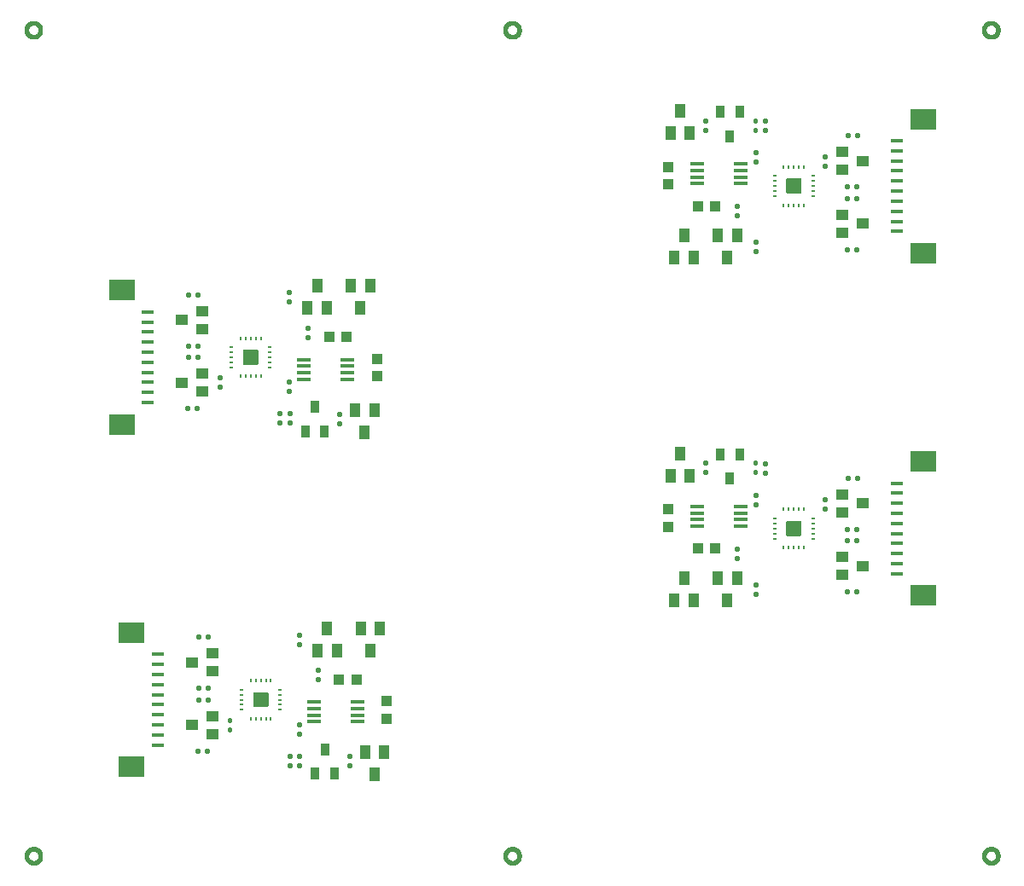
<source format=gtp>
%MOIN*%
%OFA0B0*%
%FSLAX34Y34*%
%IPPOS*%
%LPD*%
%AMOC8*
5,1,8,0,0,$1,22.5*%
%AMOC80*
5,1,8,0,0,$1,22.5*%
%AMOC81*
5,1,8,0,0,$1,112.5*%
%AMOC80*
5,1,8,0,0,$1,-67.5*%
%AMOC81*
5,1,8,0,0,$1,112.5*%
%AMOC80*
5,1,8,0,0,$1,-67.5*%
%ADD10C,0.015748031496062995*%
%ADD21C,0.015748031496062995*%
%ADD22C,0.00984251968503937*%
%ADD23R,0.015748031496062995X0.0078740157480314977*%
%ADD24R,0.0078740157480314977X0.015748031496062995*%
%ADD25R,0.03937007874015748X0.043307086614173235*%
%ADD26R,0.03937007874015748X0.055118110236220472*%
%ADD27R,0.053149606299212608X0.015748031496062995*%
%ADD28R,0.042519685039370085X0.041338582677165357*%
%ADD29R,0.035433070866141732X0.047244094488188976*%
%ADD30R,0.045000000000000005X0.04*%
%ADD31R,0.051181102362204731X0.011811023622047244*%
%ADD32R,0.0984251968503937X0.07874015748031496*%
%ADD33C,0.00984251968503937*%
%ADD34R,0.015748031496062995X0.0078740157480314977*%
%ADD35R,0.0078740157480314977X0.015748031496062995*%
%ADD36R,0.03937007874015748X0.043307086614173235*%
%ADD37R,0.03937007874015748X0.055118110236220472*%
%ADD38R,0.053149606299212608X0.015748031496062995*%
%ADD39R,0.042519685039370085X0.041338582677165357*%
%ADD40R,0.035433070866141732X0.047244094488188976*%
%ADD41R,0.045000000000000005X0.04*%
%ADD42R,0.051181102362204731X0.011811023622047244*%
%ADD43R,0.0984251968503937X0.07874015748031496*%
%ADD44C,0.00984251968503937*%
%ADD45R,0.015748031496062995X0.0078740157480314977*%
%ADD46R,0.0078740157480314977X0.015748031496062995*%
%ADD47R,0.03937007874015748X0.043307086614173235*%
%ADD48R,0.03937007874015748X0.055118110236220472*%
%ADD49R,0.053149606299212608X0.015748031496062995*%
%ADD50R,0.042519685039370085X0.041338582677165357*%
%ADD51R,0.035433070866141732X0.047244094488188976*%
%ADD52R,0.045000000000000005X0.04*%
%ADD53R,0.051181102362204731X0.011811023622047244*%
%ADD54R,0.0984251968503937X0.07874015748031496*%
%ADD55C,0.00984251968503937*%
%ADD56R,0.015748031496062995X0.0078740157480314977*%
%ADD57R,0.0078740157480314977X0.015748031496062995*%
%ADD58R,0.03937007874015748X0.043307086614173235*%
%ADD59R,0.03937007874015748X0.055118110236220472*%
%ADD60R,0.053149606299212608X0.015748031496062995*%
%ADD61R,0.042519685039370085X0.041338582677165357*%
%ADD62R,0.035433070866141732X0.047244094488188976*%
%ADD63R,0.045000000000000005X0.04*%
%ADD64R,0.051181102362204731X0.011811023622047244*%
%ADD65R,0.0984251968503937X0.07874015748031496*%
G75*
G01*
D10*
X0000708Y0006102D02*
X0000708Y0006109D01*
X0000708Y0006115D01*
X0000709Y0006122D01*
X0000709Y0006129D01*
X0000710Y0006136D01*
X0000711Y0006142D01*
X0000712Y0006149D01*
X0000713Y0006156D01*
X0000715Y0006162D01*
X0000716Y0006169D01*
X0000718Y0006175D01*
X0000720Y0006182D01*
X0000722Y0006188D01*
X0000724Y0006195D01*
X0000727Y0006201D01*
X0000729Y0006207D01*
X0000732Y0006214D01*
X0000735Y0006220D01*
X0000738Y0006226D01*
X0000741Y0006232D01*
X0000744Y0006238D01*
X0000747Y0006244D01*
X0000751Y0006249D01*
X0000755Y0006255D01*
X0000758Y0006261D01*
X0000762Y0006266D01*
X0000767Y0006271D01*
X0000771Y0006277D01*
X0000775Y0006282D01*
X0000780Y0006287D01*
X0000784Y0006292D01*
X0000789Y0006297D01*
X0000794Y0006301D01*
X0000799Y0006306D01*
X0000804Y0006311D01*
X0000809Y0006315D01*
X0000814Y0006319D01*
X0000820Y0006323D01*
X0000825Y0006327D01*
X0000831Y0006331D01*
X0000836Y0006335D01*
X0000842Y0006338D01*
X0000848Y0006342D01*
X0000854Y0006345D01*
X0000860Y0006348D01*
X0000866Y0006351D01*
X0000872Y0006354D01*
X0000878Y0006356D01*
X0000885Y0006359D01*
X0000891Y0006361D01*
X0000897Y0006364D01*
X0000904Y0006366D01*
X0000910Y0006367D01*
X0000917Y0006369D01*
X0000923Y0006371D01*
X0000930Y0006372D01*
X0000937Y0006373D01*
X0000943Y0006374D01*
X0000950Y0006375D01*
X0000957Y0006376D01*
X0000963Y0006377D01*
X0000970Y0006377D01*
X0000977Y0006377D01*
X0000984Y0006377D01*
X0000991Y0006377D01*
X0000997Y0006377D01*
X0001004Y0006377D01*
X0001011Y0006376D01*
X0001017Y0006375D01*
X0001024Y0006374D01*
X0001031Y0006373D01*
X0001038Y0006372D01*
X0001044Y0006371D01*
X0001051Y0006369D01*
X0001057Y0006367D01*
X0001064Y0006366D01*
X0001070Y0006364D01*
X0001077Y0006361D01*
X0001083Y0006359D01*
X0001089Y0006356D01*
X0001095Y0006354D01*
X0001102Y0006351D01*
X0001108Y0006348D01*
X0001114Y0006345D01*
X0001120Y0006342D01*
X0001125Y0006338D01*
X0001131Y0006335D01*
X0001137Y0006331D01*
X0001142Y0006327D01*
X0001148Y0006323D01*
X0001153Y0006319D01*
X0001159Y0006315D01*
X0001164Y0006311D01*
X0001169Y0006306D01*
X0001174Y0006301D01*
X0001179Y0006297D01*
X0001183Y0006292D01*
X0001188Y0006287D01*
X0001192Y0006282D01*
X0001197Y0006277D01*
X0001201Y0006271D01*
X0001205Y0006266D01*
X0001209Y0006261D01*
X0001213Y0006255D01*
X0001217Y0006249D01*
X0001220Y0006244D01*
X0001224Y0006238D01*
X0001227Y0006232D01*
X0001230Y0006226D01*
X0001233Y0006220D01*
X0001236Y0006214D01*
X0001238Y0006207D01*
X0001241Y0006201D01*
X0001243Y0006195D01*
X0001245Y0006188D01*
X0001247Y0006182D01*
X0001249Y0006175D01*
X0001251Y0006169D01*
X0001253Y0006162D01*
X0001254Y0006156D01*
X0001255Y0006149D01*
X0001256Y0006142D01*
X0001257Y0006136D01*
X0001258Y0006129D01*
X0001259Y0006122D01*
X0001259Y0006115D01*
X0001259Y0006109D01*
X0001259Y0006102D01*
X0001259Y0006095D01*
X0001259Y0006088D01*
X0001259Y0006082D01*
X0001258Y0006075D01*
X0001257Y0006068D01*
X0001256Y0006061D01*
X0001255Y0006055D01*
X0001254Y0006048D01*
X0001253Y0006041D01*
X0001251Y0006035D01*
X0001249Y0006028D01*
X0001247Y0006022D01*
X0001245Y0006015D01*
X0001243Y0006009D01*
X0001241Y0006003D01*
X0001238Y0005996D01*
X0001236Y0005990D01*
X0001233Y0005984D01*
X0001230Y0005978D01*
X0001227Y0005972D01*
X0001224Y0005966D01*
X0001220Y0005960D01*
X0001217Y0005954D01*
X0001213Y0005949D01*
X0001209Y0005943D01*
X0001205Y0005938D01*
X0001201Y0005932D01*
X0001197Y0005927D01*
X0001192Y0005922D01*
X0001188Y0005917D01*
X0001183Y0005912D01*
X0001179Y0005907D01*
X0001174Y0005902D01*
X0001169Y0005898D01*
X0001164Y0005893D01*
X0001159Y0005889D01*
X0001153Y0005885D01*
X0001148Y0005881D01*
X0001142Y0005877D01*
X0001137Y0005873D01*
X0001131Y0005869D01*
X0001125Y0005865D01*
X0001120Y0005862D01*
X0001114Y0005859D01*
X0001108Y0005856D01*
X0001102Y0005853D01*
X0001095Y0005850D01*
X0001089Y0005847D01*
X0001083Y0005845D01*
X0001077Y0005842D01*
X0001070Y0005840D01*
X0001064Y0005838D01*
X0001057Y0005836D01*
X0001051Y0005835D01*
X0001044Y0005833D01*
X0001038Y0005832D01*
X0001031Y0005830D01*
X0001024Y0005829D01*
X0001017Y0005828D01*
X0001011Y0005828D01*
X0001004Y0005827D01*
X0000997Y0005827D01*
X0000991Y0005826D01*
X0000984Y0005826D01*
X0000977Y0005826D01*
X0000970Y0005827D01*
X0000963Y0005827D01*
X0000957Y0005828D01*
X0000950Y0005828D01*
X0000943Y0005829D01*
X0000937Y0005830D01*
X0000930Y0005832D01*
X0000923Y0005833D01*
X0000917Y0005835D01*
X0000910Y0005836D01*
X0000904Y0005838D01*
X0000897Y0005840D01*
X0000891Y0005842D01*
X0000885Y0005845D01*
X0000878Y0005847D01*
X0000872Y0005850D01*
X0000866Y0005853D01*
X0000860Y0005856D01*
X0000854Y0005859D01*
X0000848Y0005862D01*
X0000842Y0005865D01*
X0000836Y0005869D01*
X0000831Y0005873D01*
X0000825Y0005877D01*
X0000820Y0005881D01*
X0000814Y0005885D01*
X0000809Y0005889D01*
X0000804Y0005893D01*
X0000799Y0005898D01*
X0000794Y0005902D01*
X0000789Y0005907D01*
X0000784Y0005912D01*
X0000780Y0005917D01*
X0000775Y0005922D01*
X0000771Y0005927D01*
X0000767Y0005932D01*
X0000762Y0005938D01*
X0000758Y0005943D01*
X0000755Y0005949D01*
X0000751Y0005954D01*
X0000747Y0005960D01*
X0000744Y0005966D01*
X0000741Y0005972D01*
X0000738Y0005978D01*
X0000735Y0005984D01*
X0000732Y0005990D01*
X0000729Y0005996D01*
X0000727Y0006003D01*
X0000724Y0006009D01*
X0000722Y0006015D01*
X0000720Y0006022D01*
X0000718Y0006028D01*
X0000716Y0006035D01*
X0000715Y0006041D01*
X0000713Y0006048D01*
X0000712Y0006055D01*
X0000711Y0006061D01*
X0000710Y0006068D01*
X0000709Y0006075D01*
X0000709Y0006082D01*
X0000708Y0006088D01*
X0000708Y0006095D01*
X0000708Y0006102D01*
X0019409Y0006102D02*
X0019409Y0006109D01*
X0019409Y0006115D01*
X0019410Y0006122D01*
X0019410Y0006129D01*
X0019411Y0006136D01*
X0019412Y0006142D01*
X0019413Y0006149D01*
X0019414Y0006156D01*
X0019416Y0006162D01*
X0019417Y0006169D01*
X0019419Y0006175D01*
X0019421Y0006182D01*
X0019423Y0006188D01*
X0019425Y0006195D01*
X0019427Y0006201D01*
X0019430Y0006207D01*
X0019433Y0006214D01*
X0019435Y0006220D01*
X0019438Y0006226D01*
X0019442Y0006232D01*
X0019445Y0006238D01*
X0019448Y0006244D01*
X0019452Y0006249D01*
X0019455Y0006255D01*
X0019459Y0006261D01*
X0019463Y0006266D01*
X0019467Y0006271D01*
X0019472Y0006277D01*
X0019476Y0006282D01*
X0019480Y0006287D01*
X0019485Y0006292D01*
X0019490Y0006297D01*
X0019495Y0006301D01*
X0019499Y0006306D01*
X0019505Y0006311D01*
X0019510Y0006315D01*
X0019515Y0006319D01*
X0019520Y0006323D01*
X0019526Y0006327D01*
X0019531Y0006331D01*
X0019537Y0006335D01*
X0019543Y0006338D01*
X0019549Y0006342D01*
X0019555Y0006345D01*
X0019561Y0006348D01*
X0019567Y0006351D01*
X0019573Y0006354D01*
X0019579Y0006356D01*
X0019585Y0006359D01*
X0019592Y0006361D01*
X0019598Y0006364D01*
X0019605Y0006366D01*
X0019611Y0006367D01*
X0019618Y0006369D01*
X0019624Y0006371D01*
X0019631Y0006372D01*
X0019637Y0006373D01*
X0019644Y0006374D01*
X0019651Y0006375D01*
X0019657Y0006376D01*
X0019664Y0006377D01*
X0019671Y0006377D01*
X0019678Y0006377D01*
X0019685Y0006377D01*
X0019691Y0006377D01*
X0019698Y0006377D01*
X0019705Y0006377D01*
X0019712Y0006376D01*
X0019718Y0006375D01*
X0019725Y0006374D01*
X0019732Y0006373D01*
X0019738Y0006372D01*
X0019745Y0006371D01*
X0019752Y0006369D01*
X0019758Y0006367D01*
X0019765Y0006366D01*
X0019771Y0006364D01*
X0019777Y0006361D01*
X0019784Y0006359D01*
X0019790Y0006356D01*
X0019796Y0006354D01*
X0019802Y0006351D01*
X0019808Y0006348D01*
X0019814Y0006345D01*
X0019820Y0006342D01*
X0019826Y0006338D01*
X0019832Y0006335D01*
X0019838Y0006331D01*
X0019843Y0006327D01*
X0019849Y0006323D01*
X0019854Y0006319D01*
X0019859Y0006315D01*
X0019865Y0006311D01*
X0019870Y0006306D01*
X0019875Y0006301D01*
X0019879Y0006297D01*
X0019884Y0006292D01*
X0019889Y0006287D01*
X0019893Y0006282D01*
X0019898Y0006277D01*
X0019902Y0006271D01*
X0019906Y0006266D01*
X0019910Y0006261D01*
X0019914Y0006255D01*
X0019917Y0006249D01*
X0019921Y0006244D01*
X0019924Y0006238D01*
X0019928Y0006232D01*
X0019931Y0006226D01*
X0019934Y0006220D01*
X0019936Y0006214D01*
X0019939Y0006207D01*
X0019942Y0006201D01*
X0019944Y0006195D01*
X0019946Y0006188D01*
X0019948Y0006182D01*
X0019950Y0006175D01*
X0019952Y0006169D01*
X0019953Y0006162D01*
X0019955Y0006156D01*
X0019956Y0006149D01*
X0019957Y0006142D01*
X0019958Y0006136D01*
X0019959Y0006129D01*
X0019959Y0006122D01*
X0019960Y0006115D01*
X0019960Y0006109D01*
X0019960Y0006102D01*
X0019960Y0006095D01*
X0019960Y0006088D01*
X0019959Y0006082D01*
X0019959Y0006075D01*
X0019958Y0006068D01*
X0019957Y0006061D01*
X0019956Y0006055D01*
X0019955Y0006048D01*
X0019953Y0006041D01*
X0019952Y0006035D01*
X0019950Y0006028D01*
X0019948Y0006022D01*
X0019946Y0006015D01*
X0019944Y0006009D01*
X0019942Y0006003D01*
X0019939Y0005996D01*
X0019936Y0005990D01*
X0019934Y0005984D01*
X0019931Y0005978D01*
X0019928Y0005972D01*
X0019924Y0005966D01*
X0019921Y0005960D01*
X0019917Y0005954D01*
X0019914Y0005949D01*
X0019910Y0005943D01*
X0019906Y0005938D01*
X0019902Y0005932D01*
X0019898Y0005927D01*
X0019893Y0005922D01*
X0019889Y0005917D01*
X0019884Y0005912D01*
X0019879Y0005907D01*
X0019875Y0005902D01*
X0019870Y0005898D01*
X0019865Y0005893D01*
X0019859Y0005889D01*
X0019854Y0005885D01*
X0019849Y0005881D01*
X0019843Y0005877D01*
X0019838Y0005873D01*
X0019832Y0005869D01*
X0019826Y0005865D01*
X0019820Y0005862D01*
X0019814Y0005859D01*
X0019808Y0005856D01*
X0019802Y0005853D01*
X0019796Y0005850D01*
X0019790Y0005847D01*
X0019784Y0005845D01*
X0019777Y0005842D01*
X0019771Y0005840D01*
X0019765Y0005838D01*
X0019758Y0005836D01*
X0019752Y0005835D01*
X0019745Y0005833D01*
X0019738Y0005832D01*
X0019732Y0005830D01*
X0019725Y0005829D01*
X0019718Y0005828D01*
X0019712Y0005828D01*
X0019705Y0005827D01*
X0019698Y0005827D01*
X0019691Y0005826D01*
X0019685Y0005826D01*
X0019678Y0005826D01*
X0019671Y0005827D01*
X0019664Y0005827D01*
X0019657Y0005828D01*
X0019651Y0005828D01*
X0019644Y0005829D01*
X0019637Y0005830D01*
X0019631Y0005832D01*
X0019624Y0005833D01*
X0019618Y0005835D01*
X0019611Y0005836D01*
X0019605Y0005838D01*
X0019598Y0005840D01*
X0019592Y0005842D01*
X0019585Y0005845D01*
X0019579Y0005847D01*
X0019573Y0005850D01*
X0019567Y0005853D01*
X0019561Y0005856D01*
X0019555Y0005859D01*
X0019549Y0005862D01*
X0019543Y0005865D01*
X0019537Y0005869D01*
X0019531Y0005873D01*
X0019526Y0005877D01*
X0019520Y0005881D01*
X0019515Y0005885D01*
X0019510Y0005889D01*
X0019505Y0005893D01*
X0019499Y0005898D01*
X0019495Y0005902D01*
X0019490Y0005907D01*
X0019485Y0005912D01*
X0019480Y0005917D01*
X0019476Y0005922D01*
X0019472Y0005927D01*
X0019467Y0005932D01*
X0019463Y0005938D01*
X0019459Y0005943D01*
X0019455Y0005949D01*
X0019452Y0005954D01*
X0019448Y0005960D01*
X0019445Y0005966D01*
X0019442Y0005972D01*
X0019438Y0005978D01*
X0019435Y0005984D01*
X0019433Y0005990D01*
X0019430Y0005996D01*
X0019427Y0006003D01*
X0019425Y0006009D01*
X0019423Y0006015D01*
X0019421Y0006022D01*
X0019419Y0006028D01*
X0019417Y0006035D01*
X0019416Y0006041D01*
X0019414Y0006048D01*
X0019413Y0006055D01*
X0019412Y0006061D01*
X0019411Y0006068D01*
X0019410Y0006075D01*
X0019410Y0006082D01*
X0019409Y0006088D01*
X0019409Y0006095D01*
X0019409Y0006102D01*
X0038110Y0006102D02*
X0038110Y0006109D01*
X0038110Y0006115D01*
X0038110Y0006122D01*
X0038111Y0006129D01*
X0038112Y0006136D01*
X0038113Y0006142D01*
X0038114Y0006149D01*
X0038115Y0006156D01*
X0038116Y0006162D01*
X0038118Y0006169D01*
X0038120Y0006175D01*
X0038122Y0006182D01*
X0038124Y0006188D01*
X0038126Y0006195D01*
X0038128Y0006201D01*
X0038131Y0006207D01*
X0038133Y0006214D01*
X0038136Y0006220D01*
X0038139Y0006226D01*
X0038142Y0006232D01*
X0038146Y0006238D01*
X0038149Y0006244D01*
X0038152Y0006249D01*
X0038156Y0006255D01*
X0038160Y0006261D01*
X0038164Y0006266D01*
X0038168Y0006271D01*
X0038172Y0006277D01*
X0038177Y0006282D01*
X0038181Y0006287D01*
X0038186Y0006292D01*
X0038190Y0006297D01*
X0038195Y0006301D01*
X0038200Y0006306D01*
X0038205Y0006311D01*
X0038210Y0006315D01*
X0038216Y0006319D01*
X0038221Y0006323D01*
X0038227Y0006327D01*
X0038232Y0006331D01*
X0038238Y0006335D01*
X0038244Y0006338D01*
X0038250Y0006342D01*
X0038255Y0006345D01*
X0038261Y0006348D01*
X0038267Y0006351D01*
X0038274Y0006354D01*
X0038280Y0006356D01*
X0038286Y0006359D01*
X0038292Y0006361D01*
X0038299Y0006364D01*
X0038305Y0006366D01*
X0038312Y0006367D01*
X0038318Y0006369D01*
X0038325Y0006371D01*
X0038332Y0006372D01*
X0038338Y0006373D01*
X0038345Y0006374D01*
X0038352Y0006375D01*
X0038358Y0006376D01*
X0038365Y0006377D01*
X0038372Y0006377D01*
X0038379Y0006377D01*
X0038385Y0006377D01*
X0038392Y0006377D01*
X0038399Y0006377D01*
X0038406Y0006377D01*
X0038412Y0006376D01*
X0038419Y0006375D01*
X0038426Y0006374D01*
X0038432Y0006373D01*
X0038439Y0006372D01*
X0038446Y0006371D01*
X0038452Y0006369D01*
X0038459Y0006367D01*
X0038465Y0006366D01*
X0038472Y0006364D01*
X0038478Y0006361D01*
X0038485Y0006359D01*
X0038491Y0006356D01*
X0038497Y0006354D01*
X0038503Y0006351D01*
X0038509Y0006348D01*
X0038515Y0006345D01*
X0038521Y0006342D01*
X0038527Y0006338D01*
X0038533Y0006335D01*
X0038538Y0006331D01*
X0038544Y0006327D01*
X0038550Y0006323D01*
X0038555Y0006319D01*
X0038560Y0006315D01*
X0038565Y0006311D01*
X0038570Y0006306D01*
X0038575Y0006301D01*
X0038580Y0006297D01*
X0038585Y0006292D01*
X0038590Y0006287D01*
X0038594Y0006282D01*
X0038598Y0006277D01*
X0038603Y0006271D01*
X0038607Y0006266D01*
X0038611Y0006261D01*
X0038614Y0006255D01*
X0038618Y0006249D01*
X0038622Y0006244D01*
X0038625Y0006238D01*
X0038628Y0006232D01*
X0038632Y0006226D01*
X0038634Y0006220D01*
X0038637Y0006214D01*
X0038640Y0006207D01*
X0038642Y0006201D01*
X0038645Y0006195D01*
X0038647Y0006188D01*
X0038649Y0006182D01*
X0038651Y0006175D01*
X0038653Y0006169D01*
X0038654Y0006162D01*
X0038656Y0006156D01*
X0038657Y0006149D01*
X0038658Y0006142D01*
X0038659Y0006136D01*
X0038660Y0006129D01*
X0038660Y0006122D01*
X0038661Y0006115D01*
X0038661Y0006109D01*
X0038661Y0006102D01*
X0038661Y0006095D01*
X0038661Y0006088D01*
X0038660Y0006082D01*
X0038660Y0006075D01*
X0038659Y0006068D01*
X0038658Y0006061D01*
X0038657Y0006055D01*
X0038656Y0006048D01*
X0038654Y0006041D01*
X0038653Y0006035D01*
X0038651Y0006028D01*
X0038649Y0006022D01*
X0038647Y0006015D01*
X0038645Y0006009D01*
X0038642Y0006003D01*
X0038640Y0005996D01*
X0038637Y0005990D01*
X0038634Y0005984D01*
X0038632Y0005978D01*
X0038628Y0005972D01*
X0038625Y0005966D01*
X0038622Y0005960D01*
X0038618Y0005954D01*
X0038614Y0005949D01*
X0038611Y0005943D01*
X0038607Y0005938D01*
X0038603Y0005932D01*
X0038598Y0005927D01*
X0038594Y0005922D01*
X0038590Y0005917D01*
X0038585Y0005912D01*
X0038580Y0005907D01*
X0038575Y0005902D01*
X0038570Y0005898D01*
X0038565Y0005893D01*
X0038560Y0005889D01*
X0038555Y0005885D01*
X0038550Y0005881D01*
X0038544Y0005877D01*
X0038538Y0005873D01*
X0038533Y0005869D01*
X0038527Y0005865D01*
X0038521Y0005862D01*
X0038515Y0005859D01*
X0038509Y0005856D01*
X0038503Y0005853D01*
X0038497Y0005850D01*
X0038491Y0005847D01*
X0038485Y0005845D01*
X0038478Y0005842D01*
X0038472Y0005840D01*
X0038465Y0005838D01*
X0038459Y0005836D01*
X0038452Y0005835D01*
X0038446Y0005833D01*
X0038439Y0005832D01*
X0038432Y0005830D01*
X0038426Y0005829D01*
X0038419Y0005828D01*
X0038412Y0005828D01*
X0038406Y0005827D01*
X0038399Y0005827D01*
X0038392Y0005826D01*
X0038385Y0005826D01*
X0038379Y0005826D01*
X0038372Y0005827D01*
X0038365Y0005827D01*
X0038358Y0005828D01*
X0038352Y0005828D01*
X0038345Y0005829D01*
X0038338Y0005830D01*
X0038332Y0005832D01*
X0038325Y0005833D01*
X0038318Y0005835D01*
X0038312Y0005836D01*
X0038305Y0005838D01*
X0038299Y0005840D01*
X0038292Y0005842D01*
X0038286Y0005845D01*
X0038280Y0005847D01*
X0038274Y0005850D01*
X0038267Y0005853D01*
X0038261Y0005856D01*
X0038255Y0005859D01*
X0038250Y0005862D01*
X0038244Y0005865D01*
X0038238Y0005869D01*
X0038232Y0005873D01*
X0038227Y0005877D01*
X0038221Y0005881D01*
X0038216Y0005885D01*
X0038210Y0005889D01*
X0038205Y0005893D01*
X0038200Y0005898D01*
X0038195Y0005902D01*
X0038190Y0005907D01*
X0038186Y0005912D01*
X0038181Y0005917D01*
X0038177Y0005922D01*
X0038172Y0005927D01*
X0038168Y0005932D01*
X0038164Y0005938D01*
X0038160Y0005943D01*
X0038156Y0005949D01*
X0038152Y0005954D01*
X0038149Y0005960D01*
X0038146Y0005966D01*
X0038142Y0005972D01*
X0038139Y0005978D01*
X0038136Y0005984D01*
X0038133Y0005990D01*
X0038131Y0005996D01*
X0038128Y0006003D01*
X0038126Y0006009D01*
X0038124Y0006015D01*
X0038122Y0006022D01*
X0038120Y0006028D01*
X0038118Y0006035D01*
X0038116Y0006041D01*
X0038115Y0006048D01*
X0038114Y0006055D01*
X0038113Y0006061D01*
X0038112Y0006068D01*
X0038111Y0006075D01*
X0038110Y0006082D01*
X0038110Y0006088D01*
X0038110Y0006095D01*
X0038110Y0006102D01*
G04 next file*
G04 EAGLE Gerber RS-274X export*
G75*
G01*
D21*
X0000708Y0038385D02*
X0000708Y0038392D01*
X0000708Y0038399D01*
X0000709Y0038406D01*
X0000709Y0038412D01*
X0000710Y0038419D01*
X0000711Y0038426D01*
X0000712Y0038432D01*
X0000713Y0038439D01*
X0000715Y0038446D01*
X0000716Y0038452D01*
X0000718Y0038459D01*
X0000720Y0038465D01*
X0000722Y0038472D01*
X0000724Y0038478D01*
X0000727Y0038485D01*
X0000729Y0038491D01*
X0000732Y0038497D01*
X0000735Y0038503D01*
X0000738Y0038509D01*
X0000741Y0038515D01*
X0000744Y0038521D01*
X0000747Y0038527D01*
X0000751Y0038533D01*
X0000755Y0038538D01*
X0000758Y0038544D01*
X0000762Y0038550D01*
X0000767Y0038555D01*
X0000771Y0038560D01*
X0000775Y0038565D01*
X0000780Y0038570D01*
X0000784Y0038575D01*
X0000789Y0038580D01*
X0000794Y0038585D01*
X0000799Y0038590D01*
X0000804Y0038594D01*
X0000809Y0038598D01*
X0000814Y0038603D01*
X0000820Y0038607D01*
X0000825Y0038611D01*
X0000831Y0038614D01*
X0000836Y0038618D01*
X0000842Y0038622D01*
X0000848Y0038625D01*
X0000854Y0038628D01*
X0000860Y0038632D01*
X0000866Y0038634D01*
X0000872Y0038637D01*
X0000878Y0038640D01*
X0000885Y0038642D01*
X0000891Y0038645D01*
X0000897Y0038647D01*
X0000904Y0038649D01*
X0000910Y0038651D01*
X0000917Y0038653D01*
X0000923Y0038654D01*
X0000930Y0038656D01*
X0000937Y0038657D01*
X0000943Y0038658D01*
X0000950Y0038659D01*
X0000957Y0038660D01*
X0000963Y0038660D01*
X0000970Y0038661D01*
X0000977Y0038661D01*
X0000984Y0038661D01*
X0000991Y0038661D01*
X0000997Y0038661D01*
X0001004Y0038660D01*
X0001011Y0038660D01*
X0001017Y0038659D01*
X0001024Y0038658D01*
X0001031Y0038657D01*
X0001038Y0038656D01*
X0001044Y0038654D01*
X0001051Y0038653D01*
X0001057Y0038651D01*
X0001064Y0038649D01*
X0001070Y0038647D01*
X0001077Y0038645D01*
X0001083Y0038642D01*
X0001089Y0038640D01*
X0001095Y0038637D01*
X0001102Y0038634D01*
X0001108Y0038632D01*
X0001114Y0038628D01*
X0001120Y0038625D01*
X0001125Y0038622D01*
X0001131Y0038618D01*
X0001137Y0038614D01*
X0001142Y0038611D01*
X0001148Y0038607D01*
X0001153Y0038603D01*
X0001159Y0038598D01*
X0001164Y0038594D01*
X0001169Y0038590D01*
X0001174Y0038585D01*
X0001179Y0038580D01*
X0001183Y0038575D01*
X0001188Y0038570D01*
X0001192Y0038565D01*
X0001197Y0038560D01*
X0001201Y0038555D01*
X0001205Y0038550D01*
X0001209Y0038544D01*
X0001213Y0038538D01*
X0001217Y0038533D01*
X0001220Y0038527D01*
X0001224Y0038521D01*
X0001227Y0038515D01*
X0001230Y0038509D01*
X0001233Y0038503D01*
X0001236Y0038497D01*
X0001238Y0038491D01*
X0001241Y0038485D01*
X0001243Y0038478D01*
X0001245Y0038472D01*
X0001247Y0038465D01*
X0001249Y0038459D01*
X0001251Y0038452D01*
X0001253Y0038446D01*
X0001254Y0038439D01*
X0001255Y0038432D01*
X0001256Y0038426D01*
X0001257Y0038419D01*
X0001258Y0038412D01*
X0001259Y0038406D01*
X0001259Y0038399D01*
X0001259Y0038392D01*
X0001259Y0038385D01*
X0001259Y0038379D01*
X0001259Y0038372D01*
X0001259Y0038365D01*
X0001258Y0038358D01*
X0001257Y0038352D01*
X0001256Y0038345D01*
X0001255Y0038338D01*
X0001254Y0038332D01*
X0001253Y0038325D01*
X0001251Y0038318D01*
X0001249Y0038312D01*
X0001247Y0038305D01*
X0001245Y0038299D01*
X0001243Y0038292D01*
X0001241Y0038286D01*
X0001238Y0038280D01*
X0001236Y0038274D01*
X0001233Y0038267D01*
X0001230Y0038261D01*
X0001227Y0038255D01*
X0001224Y0038250D01*
X0001220Y0038244D01*
X0001217Y0038238D01*
X0001213Y0038232D01*
X0001209Y0038227D01*
X0001205Y0038221D01*
X0001201Y0038216D01*
X0001197Y0038210D01*
X0001192Y0038205D01*
X0001188Y0038200D01*
X0001183Y0038195D01*
X0001179Y0038190D01*
X0001174Y0038186D01*
X0001169Y0038181D01*
X0001164Y0038177D01*
X0001159Y0038172D01*
X0001153Y0038168D01*
X0001148Y0038164D01*
X0001142Y0038160D01*
X0001137Y0038156D01*
X0001131Y0038152D01*
X0001125Y0038149D01*
X0001120Y0038146D01*
X0001114Y0038142D01*
X0001108Y0038139D01*
X0001102Y0038136D01*
X0001095Y0038133D01*
X0001089Y0038131D01*
X0001083Y0038128D01*
X0001077Y0038126D01*
X0001070Y0038124D01*
X0001064Y0038122D01*
X0001057Y0038120D01*
X0001051Y0038118D01*
X0001044Y0038116D01*
X0001038Y0038115D01*
X0001031Y0038114D01*
X0001024Y0038113D01*
X0001017Y0038112D01*
X0001011Y0038111D01*
X0001004Y0038110D01*
X0000997Y0038110D01*
X0000991Y0038110D01*
X0000984Y0038110D01*
X0000977Y0038110D01*
X0000970Y0038110D01*
X0000963Y0038110D01*
X0000957Y0038111D01*
X0000950Y0038112D01*
X0000943Y0038113D01*
X0000937Y0038114D01*
X0000930Y0038115D01*
X0000923Y0038116D01*
X0000917Y0038118D01*
X0000910Y0038120D01*
X0000904Y0038122D01*
X0000897Y0038124D01*
X0000891Y0038126D01*
X0000885Y0038128D01*
X0000878Y0038131D01*
X0000872Y0038133D01*
X0000866Y0038136D01*
X0000860Y0038139D01*
X0000854Y0038142D01*
X0000848Y0038146D01*
X0000842Y0038149D01*
X0000836Y0038152D01*
X0000831Y0038156D01*
X0000825Y0038160D01*
X0000820Y0038164D01*
X0000814Y0038168D01*
X0000809Y0038172D01*
X0000804Y0038177D01*
X0000799Y0038181D01*
X0000794Y0038186D01*
X0000789Y0038190D01*
X0000784Y0038195D01*
X0000780Y0038200D01*
X0000775Y0038205D01*
X0000771Y0038210D01*
X0000767Y0038216D01*
X0000762Y0038221D01*
X0000758Y0038227D01*
X0000755Y0038232D01*
X0000751Y0038238D01*
X0000747Y0038244D01*
X0000744Y0038250D01*
X0000741Y0038255D01*
X0000738Y0038261D01*
X0000735Y0038267D01*
X0000732Y0038274D01*
X0000729Y0038280D01*
X0000727Y0038286D01*
X0000724Y0038292D01*
X0000722Y0038299D01*
X0000720Y0038305D01*
X0000718Y0038312D01*
X0000716Y0038318D01*
X0000715Y0038325D01*
X0000713Y0038332D01*
X0000712Y0038338D01*
X0000711Y0038345D01*
X0000710Y0038352D01*
X0000709Y0038358D01*
X0000709Y0038365D01*
X0000708Y0038372D01*
X0000708Y0038379D01*
X0000708Y0038385D01*
X0019409Y0038385D02*
X0019409Y0038392D01*
X0019409Y0038399D01*
X0019410Y0038406D01*
X0019410Y0038412D01*
X0019411Y0038419D01*
X0019412Y0038426D01*
X0019413Y0038432D01*
X0019414Y0038439D01*
X0019416Y0038446D01*
X0019417Y0038452D01*
X0019419Y0038459D01*
X0019421Y0038465D01*
X0019423Y0038472D01*
X0019425Y0038478D01*
X0019427Y0038485D01*
X0019430Y0038491D01*
X0019433Y0038497D01*
X0019435Y0038503D01*
X0019438Y0038509D01*
X0019442Y0038515D01*
X0019445Y0038521D01*
X0019448Y0038527D01*
X0019452Y0038533D01*
X0019455Y0038538D01*
X0019459Y0038544D01*
X0019463Y0038550D01*
X0019467Y0038555D01*
X0019472Y0038560D01*
X0019476Y0038565D01*
X0019480Y0038570D01*
X0019485Y0038575D01*
X0019490Y0038580D01*
X0019495Y0038585D01*
X0019499Y0038590D01*
X0019505Y0038594D01*
X0019510Y0038598D01*
X0019515Y0038603D01*
X0019520Y0038607D01*
X0019526Y0038611D01*
X0019531Y0038614D01*
X0019537Y0038618D01*
X0019543Y0038622D01*
X0019549Y0038625D01*
X0019555Y0038628D01*
X0019561Y0038632D01*
X0019567Y0038634D01*
X0019573Y0038637D01*
X0019579Y0038640D01*
X0019585Y0038642D01*
X0019592Y0038645D01*
X0019598Y0038647D01*
X0019605Y0038649D01*
X0019611Y0038651D01*
X0019618Y0038653D01*
X0019624Y0038654D01*
X0019631Y0038656D01*
X0019637Y0038657D01*
X0019644Y0038658D01*
X0019651Y0038659D01*
X0019657Y0038660D01*
X0019664Y0038660D01*
X0019671Y0038661D01*
X0019678Y0038661D01*
X0019685Y0038661D01*
X0019691Y0038661D01*
X0019698Y0038661D01*
X0019705Y0038660D01*
X0019712Y0038660D01*
X0019718Y0038659D01*
X0019725Y0038658D01*
X0019732Y0038657D01*
X0019738Y0038656D01*
X0019745Y0038654D01*
X0019752Y0038653D01*
X0019758Y0038651D01*
X0019765Y0038649D01*
X0019771Y0038647D01*
X0019777Y0038645D01*
X0019784Y0038642D01*
X0019790Y0038640D01*
X0019796Y0038637D01*
X0019802Y0038634D01*
X0019808Y0038632D01*
X0019814Y0038628D01*
X0019820Y0038625D01*
X0019826Y0038622D01*
X0019832Y0038618D01*
X0019838Y0038614D01*
X0019843Y0038611D01*
X0019849Y0038607D01*
X0019854Y0038603D01*
X0019859Y0038598D01*
X0019865Y0038594D01*
X0019870Y0038590D01*
X0019875Y0038585D01*
X0019879Y0038580D01*
X0019884Y0038575D01*
X0019889Y0038570D01*
X0019893Y0038565D01*
X0019898Y0038560D01*
X0019902Y0038555D01*
X0019906Y0038550D01*
X0019910Y0038544D01*
X0019914Y0038538D01*
X0019917Y0038533D01*
X0019921Y0038527D01*
X0019924Y0038521D01*
X0019928Y0038515D01*
X0019931Y0038509D01*
X0019934Y0038503D01*
X0019936Y0038497D01*
X0019939Y0038491D01*
X0019942Y0038485D01*
X0019944Y0038478D01*
X0019946Y0038472D01*
X0019948Y0038465D01*
X0019950Y0038459D01*
X0019952Y0038452D01*
X0019953Y0038446D01*
X0019955Y0038439D01*
X0019956Y0038432D01*
X0019957Y0038426D01*
X0019958Y0038419D01*
X0019959Y0038412D01*
X0019959Y0038406D01*
X0019960Y0038399D01*
X0019960Y0038392D01*
X0019960Y0038385D01*
X0019960Y0038379D01*
X0019960Y0038372D01*
X0019959Y0038365D01*
X0019959Y0038358D01*
X0019958Y0038352D01*
X0019957Y0038345D01*
X0019956Y0038338D01*
X0019955Y0038332D01*
X0019953Y0038325D01*
X0019952Y0038318D01*
X0019950Y0038312D01*
X0019948Y0038305D01*
X0019946Y0038299D01*
X0019944Y0038292D01*
X0019942Y0038286D01*
X0019939Y0038280D01*
X0019936Y0038274D01*
X0019934Y0038267D01*
X0019931Y0038261D01*
X0019928Y0038255D01*
X0019924Y0038250D01*
X0019921Y0038244D01*
X0019917Y0038238D01*
X0019914Y0038232D01*
X0019910Y0038227D01*
X0019906Y0038221D01*
X0019902Y0038216D01*
X0019898Y0038210D01*
X0019893Y0038205D01*
X0019889Y0038200D01*
X0019884Y0038195D01*
X0019879Y0038190D01*
X0019875Y0038186D01*
X0019870Y0038181D01*
X0019865Y0038177D01*
X0019859Y0038172D01*
X0019854Y0038168D01*
X0019849Y0038164D01*
X0019843Y0038160D01*
X0019838Y0038156D01*
X0019832Y0038152D01*
X0019826Y0038149D01*
X0019820Y0038146D01*
X0019814Y0038142D01*
X0019808Y0038139D01*
X0019802Y0038136D01*
X0019796Y0038133D01*
X0019790Y0038131D01*
X0019784Y0038128D01*
X0019777Y0038126D01*
X0019771Y0038124D01*
X0019765Y0038122D01*
X0019758Y0038120D01*
X0019752Y0038118D01*
X0019745Y0038116D01*
X0019738Y0038115D01*
X0019732Y0038114D01*
X0019725Y0038113D01*
X0019718Y0038112D01*
X0019712Y0038111D01*
X0019705Y0038110D01*
X0019698Y0038110D01*
X0019691Y0038110D01*
X0019685Y0038110D01*
X0019678Y0038110D01*
X0019671Y0038110D01*
X0019664Y0038110D01*
X0019657Y0038111D01*
X0019651Y0038112D01*
X0019644Y0038113D01*
X0019637Y0038114D01*
X0019631Y0038115D01*
X0019624Y0038116D01*
X0019618Y0038118D01*
X0019611Y0038120D01*
X0019605Y0038122D01*
X0019598Y0038124D01*
X0019592Y0038126D01*
X0019585Y0038128D01*
X0019579Y0038131D01*
X0019573Y0038133D01*
X0019567Y0038136D01*
X0019561Y0038139D01*
X0019555Y0038142D01*
X0019549Y0038146D01*
X0019543Y0038149D01*
X0019537Y0038152D01*
X0019531Y0038156D01*
X0019526Y0038160D01*
X0019520Y0038164D01*
X0019515Y0038168D01*
X0019510Y0038172D01*
X0019505Y0038177D01*
X0019499Y0038181D01*
X0019495Y0038186D01*
X0019490Y0038190D01*
X0019485Y0038195D01*
X0019480Y0038200D01*
X0019476Y0038205D01*
X0019472Y0038210D01*
X0019467Y0038216D01*
X0019463Y0038221D01*
X0019459Y0038227D01*
X0019455Y0038232D01*
X0019452Y0038238D01*
X0019448Y0038244D01*
X0019445Y0038250D01*
X0019442Y0038255D01*
X0019438Y0038261D01*
X0019435Y0038267D01*
X0019433Y0038274D01*
X0019430Y0038280D01*
X0019427Y0038286D01*
X0019425Y0038292D01*
X0019423Y0038299D01*
X0019421Y0038305D01*
X0019419Y0038312D01*
X0019417Y0038318D01*
X0019416Y0038325D01*
X0019414Y0038332D01*
X0019413Y0038338D01*
X0019412Y0038345D01*
X0019411Y0038352D01*
X0019410Y0038358D01*
X0019410Y0038365D01*
X0019409Y0038372D01*
X0019409Y0038379D01*
X0019409Y0038385D01*
X0038110Y0038385D02*
X0038110Y0038392D01*
X0038110Y0038399D01*
X0038110Y0038406D01*
X0038111Y0038412D01*
X0038112Y0038419D01*
X0038113Y0038426D01*
X0038114Y0038432D01*
X0038115Y0038439D01*
X0038116Y0038446D01*
X0038118Y0038452D01*
X0038120Y0038459D01*
X0038122Y0038465D01*
X0038124Y0038472D01*
X0038126Y0038478D01*
X0038128Y0038485D01*
X0038131Y0038491D01*
X0038133Y0038497D01*
X0038136Y0038503D01*
X0038139Y0038509D01*
X0038142Y0038515D01*
X0038146Y0038521D01*
X0038149Y0038527D01*
X0038152Y0038533D01*
X0038156Y0038538D01*
X0038160Y0038544D01*
X0038164Y0038550D01*
X0038168Y0038555D01*
X0038172Y0038560D01*
X0038177Y0038565D01*
X0038181Y0038570D01*
X0038186Y0038575D01*
X0038190Y0038580D01*
X0038195Y0038585D01*
X0038200Y0038590D01*
X0038205Y0038594D01*
X0038210Y0038598D01*
X0038216Y0038603D01*
X0038221Y0038607D01*
X0038227Y0038611D01*
X0038232Y0038614D01*
X0038238Y0038618D01*
X0038244Y0038622D01*
X0038250Y0038625D01*
X0038255Y0038628D01*
X0038261Y0038632D01*
X0038267Y0038634D01*
X0038274Y0038637D01*
X0038280Y0038640D01*
X0038286Y0038642D01*
X0038292Y0038645D01*
X0038299Y0038647D01*
X0038305Y0038649D01*
X0038312Y0038651D01*
X0038318Y0038653D01*
X0038325Y0038654D01*
X0038332Y0038656D01*
X0038338Y0038657D01*
X0038345Y0038658D01*
X0038352Y0038659D01*
X0038358Y0038660D01*
X0038365Y0038660D01*
X0038372Y0038661D01*
X0038379Y0038661D01*
X0038385Y0038661D01*
X0038392Y0038661D01*
X0038399Y0038661D01*
X0038406Y0038660D01*
X0038412Y0038660D01*
X0038419Y0038659D01*
X0038426Y0038658D01*
X0038432Y0038657D01*
X0038439Y0038656D01*
X0038446Y0038654D01*
X0038452Y0038653D01*
X0038459Y0038651D01*
X0038465Y0038649D01*
X0038472Y0038647D01*
X0038478Y0038645D01*
X0038485Y0038642D01*
X0038491Y0038640D01*
X0038497Y0038637D01*
X0038503Y0038634D01*
X0038509Y0038632D01*
X0038515Y0038628D01*
X0038521Y0038625D01*
X0038527Y0038622D01*
X0038533Y0038618D01*
X0038538Y0038614D01*
X0038544Y0038611D01*
X0038550Y0038607D01*
X0038555Y0038603D01*
X0038560Y0038598D01*
X0038565Y0038594D01*
X0038570Y0038590D01*
X0038575Y0038585D01*
X0038580Y0038580D01*
X0038585Y0038575D01*
X0038590Y0038570D01*
X0038594Y0038565D01*
X0038598Y0038560D01*
X0038603Y0038555D01*
X0038607Y0038550D01*
X0038611Y0038544D01*
X0038614Y0038538D01*
X0038618Y0038533D01*
X0038622Y0038527D01*
X0038625Y0038521D01*
X0038628Y0038515D01*
X0038632Y0038509D01*
X0038634Y0038503D01*
X0038637Y0038497D01*
X0038640Y0038491D01*
X0038642Y0038485D01*
X0038645Y0038478D01*
X0038647Y0038472D01*
X0038649Y0038465D01*
X0038651Y0038459D01*
X0038653Y0038452D01*
X0038654Y0038446D01*
X0038656Y0038439D01*
X0038657Y0038432D01*
X0038658Y0038426D01*
X0038659Y0038419D01*
X0038660Y0038412D01*
X0038660Y0038406D01*
X0038661Y0038399D01*
X0038661Y0038392D01*
X0038661Y0038385D01*
X0038661Y0038379D01*
X0038661Y0038372D01*
X0038660Y0038365D01*
X0038660Y0038358D01*
X0038659Y0038352D01*
X0038658Y0038345D01*
X0038657Y0038338D01*
X0038656Y0038332D01*
X0038654Y0038325D01*
X0038653Y0038318D01*
X0038651Y0038312D01*
X0038649Y0038305D01*
X0038647Y0038299D01*
X0038645Y0038292D01*
X0038642Y0038286D01*
X0038640Y0038280D01*
X0038637Y0038274D01*
X0038634Y0038267D01*
X0038632Y0038261D01*
X0038628Y0038255D01*
X0038625Y0038250D01*
X0038622Y0038244D01*
X0038618Y0038238D01*
X0038614Y0038232D01*
X0038611Y0038227D01*
X0038607Y0038221D01*
X0038603Y0038216D01*
X0038598Y0038210D01*
X0038594Y0038205D01*
X0038590Y0038200D01*
X0038585Y0038195D01*
X0038580Y0038190D01*
X0038575Y0038186D01*
X0038570Y0038181D01*
X0038565Y0038177D01*
X0038560Y0038172D01*
X0038555Y0038168D01*
X0038550Y0038164D01*
X0038544Y0038160D01*
X0038538Y0038156D01*
X0038533Y0038152D01*
X0038527Y0038149D01*
X0038521Y0038146D01*
X0038515Y0038142D01*
X0038509Y0038139D01*
X0038503Y0038136D01*
X0038497Y0038133D01*
X0038491Y0038131D01*
X0038485Y0038128D01*
X0038478Y0038126D01*
X0038472Y0038124D01*
X0038465Y0038122D01*
X0038459Y0038120D01*
X0038452Y0038118D01*
X0038446Y0038116D01*
X0038439Y0038115D01*
X0038432Y0038114D01*
X0038426Y0038113D01*
X0038419Y0038112D01*
X0038412Y0038111D01*
X0038406Y0038110D01*
X0038399Y0038110D01*
X0038392Y0038110D01*
X0038385Y0038110D01*
X0038379Y0038110D01*
X0038372Y0038110D01*
X0038365Y0038110D01*
X0038358Y0038111D01*
X0038352Y0038112D01*
X0038345Y0038113D01*
X0038338Y0038114D01*
X0038332Y0038115D01*
X0038325Y0038116D01*
X0038318Y0038118D01*
X0038312Y0038120D01*
X0038305Y0038122D01*
X0038299Y0038124D01*
X0038292Y0038126D01*
X0038286Y0038128D01*
X0038280Y0038131D01*
X0038274Y0038133D01*
X0038267Y0038136D01*
X0038261Y0038139D01*
X0038255Y0038142D01*
X0038250Y0038146D01*
X0038244Y0038149D01*
X0038238Y0038152D01*
X0038232Y0038156D01*
X0038227Y0038160D01*
X0038221Y0038164D01*
X0038216Y0038168D01*
X0038210Y0038172D01*
X0038205Y0038177D01*
X0038200Y0038181D01*
X0038195Y0038186D01*
X0038190Y0038190D01*
X0038186Y0038195D01*
X0038181Y0038200D01*
X0038177Y0038205D01*
X0038172Y0038210D01*
X0038168Y0038216D01*
X0038164Y0038221D01*
X0038160Y0038227D01*
X0038156Y0038232D01*
X0038152Y0038238D01*
X0038149Y0038244D01*
X0038146Y0038250D01*
X0038142Y0038255D01*
X0038139Y0038261D01*
X0038136Y0038267D01*
X0038133Y0038274D01*
X0038131Y0038280D01*
X0038128Y0038286D01*
X0038126Y0038292D01*
X0038124Y0038299D01*
X0038122Y0038305D01*
X0038120Y0038312D01*
X0038118Y0038318D01*
X0038116Y0038325D01*
X0038115Y0038332D01*
X0038114Y0038338D01*
X0038113Y0038345D01*
X0038112Y0038352D01*
X0038111Y0038358D01*
X0038110Y0038365D01*
X0038110Y0038372D01*
X0038110Y0038379D01*
X0038110Y0038385D01*
G04 next file*
G04 EAGLE Gerber RS-274X export*
G75*
G01*
G36*
X0030979Y0032541D02*
X0030979Y0032541D01*
X0030979Y0032544D01*
X0030979Y0032547D01*
X0030978Y0032550D01*
X0030977Y0032552D01*
X0030977Y0032555D01*
X0030975Y0032557D01*
X0030974Y0032560D01*
X0030972Y0032562D01*
X0030971Y0032564D01*
X0030968Y0032566D01*
X0030966Y0032568D01*
X0030964Y0032570D01*
X0030962Y0032572D01*
X0030960Y0032573D01*
X0030957Y0032575D01*
X0030955Y0032575D01*
X0030952Y0032576D01*
X0030950Y0032577D01*
X0030947Y0032578D01*
X0030943Y0032578D01*
X0030940Y0032578D01*
X0030429Y0032578D01*
X0030426Y0032578D01*
X0030424Y0032578D01*
X0030424Y0032578D01*
X0030424Y0032578D01*
X0030421Y0032577D01*
X0030418Y0032577D01*
X0030415Y0032576D01*
X0030413Y0032575D01*
X0030410Y0032573D01*
X0030408Y0032572D01*
X0030406Y0032570D01*
X0030403Y0032569D01*
X0030401Y0032567D01*
X0030399Y0032565D01*
X0030398Y0032563D01*
X0030396Y0032561D01*
X0030395Y0032558D01*
X0030393Y0032556D01*
X0030392Y0032553D01*
X0030391Y0032551D01*
X0030391Y0032548D01*
X0030390Y0032545D01*
X0030390Y0032542D01*
X0030389Y0032539D01*
X0030389Y0032027D01*
X0030390Y0032025D01*
X0030390Y0032022D01*
X0030390Y0032019D01*
X0030391Y0032016D01*
X0030392Y0032014D01*
X0030393Y0032011D01*
X0030394Y0032009D01*
X0030395Y0032006D01*
X0030397Y0032004D01*
X0030398Y0032002D01*
X0030401Y0032000D01*
X0030403Y0031998D01*
X0030405Y0031996D01*
X0030407Y0031994D01*
X0030409Y0031993D01*
X0030412Y0031991D01*
X0030414Y0031991D01*
X0030417Y0031990D01*
X0030419Y0031989D01*
X0030423Y0031988D01*
X0030426Y0031988D01*
X0030429Y0031988D01*
X0030940Y0031988D01*
X0030943Y0031988D01*
X0030945Y0031988D01*
X0030948Y0031989D01*
X0030951Y0031989D01*
X0030954Y0031990D01*
X0030956Y0031991D01*
X0030959Y0031993D01*
X0030962Y0031994D01*
X0030963Y0031996D01*
X0030966Y0031997D01*
X0030968Y0031999D01*
X0030970Y0032001D01*
X0030971Y0032003D01*
X0030973Y0032005D01*
X0030974Y0032008D01*
X0030976Y0032010D01*
X0030977Y0032013D01*
X0030978Y0032015D01*
X0030978Y0032018D01*
X0030979Y0032021D01*
X0030979Y0032024D01*
X0030980Y0032027D01*
X0030980Y0032539D01*
X0030979Y0032541D01*
G37*
D22*
X0031858Y0033385D02*
X0031858Y0033484D01*
X0031956Y0033484D01*
X0031956Y0033385D01*
X0031858Y0033385D01*
X0031863Y0033385D02*
X0031863Y0033484D01*
X0031858Y0033120D02*
X0031858Y0033021D01*
X0031858Y0033120D02*
X0031956Y0033120D01*
X0031956Y0033021D01*
X0031858Y0033021D01*
X0031863Y0033021D02*
X0031863Y0033120D01*
D23*
X0029936Y0032677D03*
X0029936Y0032480D03*
X0029936Y0032283D03*
X0029936Y0032086D03*
X0029936Y0031889D03*
D24*
X0030291Y0031535D03*
X0030488Y0031535D03*
X0030685Y0031535D03*
X0030881Y0031535D03*
X0031078Y0031535D03*
D23*
X0031433Y0032677D03*
X0031433Y0032480D03*
X0031433Y0032283D03*
X0031433Y0032086D03*
X0031433Y0031889D03*
D24*
X0030291Y0033031D03*
X0030488Y0033031D03*
X0030685Y0033031D03*
X0030881Y0033031D03*
X0031078Y0033031D03*
D25*
X0027625Y0031499D03*
X0026956Y0031499D03*
D26*
X0028091Y0029486D03*
X0027717Y0030352D03*
X0028465Y0030352D03*
D22*
X0028514Y0031078D02*
X0028514Y0031176D01*
X0028514Y0031078D02*
X0028416Y0031078D01*
X0028416Y0031176D01*
X0028514Y0031176D01*
X0028421Y0031176D02*
X0028421Y0031078D01*
X0028514Y0031442D02*
X0028514Y0031540D01*
X0028514Y0031442D02*
X0028416Y0031442D01*
X0028416Y0031540D01*
X0028514Y0031540D01*
X0028421Y0031540D02*
X0028421Y0031442D01*
D26*
X0026398Y0030352D03*
X0026772Y0029486D03*
X0026024Y0029486D03*
D22*
X0029234Y0029688D02*
X0029234Y0029786D01*
X0029234Y0029688D02*
X0029135Y0029688D01*
X0029135Y0029786D01*
X0029234Y0029786D01*
X0029140Y0029786D02*
X0029140Y0029688D01*
X0029234Y0030052D02*
X0029234Y0030150D01*
X0029234Y0030052D02*
X0029135Y0030052D01*
X0029135Y0030150D01*
X0029234Y0030150D01*
X0029140Y0030150D02*
X0029140Y0030052D01*
D27*
X0026913Y0033142D03*
X0026913Y0032886D03*
X0026913Y0032630D03*
X0026913Y0032374D03*
X0028606Y0032374D03*
X0028606Y0032630D03*
X0028606Y0032886D03*
X0028606Y0033142D03*
D26*
X0026237Y0035208D03*
X0026611Y0034342D03*
X0025863Y0034342D03*
D28*
X0025762Y0033033D03*
X0025762Y0032344D03*
D29*
X0028188Y0034234D03*
X0027814Y0035179D03*
X0028562Y0035179D03*
D22*
X0027267Y0034537D02*
X0027267Y0034438D01*
X0027168Y0034438D01*
X0027168Y0034537D01*
X0027267Y0034537D01*
X0027173Y0034537D02*
X0027173Y0034438D01*
X0027267Y0034803D02*
X0027267Y0034901D01*
X0027267Y0034803D02*
X0027168Y0034803D01*
X0027168Y0034901D01*
X0027267Y0034901D01*
X0027173Y0034901D02*
X0027173Y0034803D01*
X0029226Y0034531D02*
X0029226Y0034432D01*
X0029128Y0034432D01*
X0029128Y0034531D01*
X0029226Y0034531D01*
X0029133Y0034531D02*
X0029133Y0034432D01*
X0029226Y0034797D02*
X0029226Y0034895D01*
X0029226Y0034797D02*
X0029128Y0034797D01*
X0029128Y0034895D01*
X0029226Y0034895D01*
X0029133Y0034895D02*
X0029133Y0034797D01*
D30*
X0033385Y0030819D03*
X0032585Y0030469D03*
X0032585Y0031169D03*
X0033385Y0033269D03*
X0032585Y0032919D03*
X0032585Y0033619D03*
D22*
X0032703Y0029770D02*
X0032802Y0029770D01*
X0032703Y0029770D02*
X0032703Y0029868D01*
X0032802Y0029868D01*
X0032802Y0029770D01*
X0032708Y0029770D02*
X0032708Y0029868D01*
X0033067Y0029770D02*
X0033166Y0029770D01*
X0033067Y0029770D02*
X0033067Y0029868D01*
X0033166Y0029868D01*
X0033166Y0029770D01*
X0033072Y0029770D02*
X0033072Y0029868D01*
X0032802Y0032220D02*
X0032703Y0032220D01*
X0032703Y0032318D01*
X0032802Y0032318D01*
X0032802Y0032220D01*
X0032708Y0032220D02*
X0032708Y0032318D01*
X0033067Y0032220D02*
X0033166Y0032220D01*
X0033067Y0032220D02*
X0033067Y0032318D01*
X0033166Y0032318D01*
X0033166Y0032220D01*
X0033072Y0032220D02*
X0033072Y0032318D01*
X0033067Y0031868D02*
X0033166Y0031868D01*
X0033166Y0031770D01*
X0033067Y0031770D01*
X0033067Y0031868D01*
X0033072Y0031868D02*
X0033072Y0031770D01*
X0032802Y0031868D02*
X0032703Y0031868D01*
X0032802Y0031868D02*
X0032802Y0031770D01*
X0032703Y0031770D01*
X0032703Y0031868D01*
X0032708Y0031868D02*
X0032708Y0031770D01*
X0033117Y0034318D02*
X0033216Y0034318D01*
X0033216Y0034220D01*
X0033117Y0034220D01*
X0033117Y0034318D01*
X0033122Y0034318D02*
X0033122Y0034220D01*
X0032852Y0034318D02*
X0032753Y0034318D01*
X0032852Y0034318D02*
X0032852Y0034220D01*
X0032753Y0034220D01*
X0032753Y0034318D01*
X0032758Y0034318D02*
X0032758Y0034220D01*
X0029155Y0033649D02*
X0029155Y0033551D01*
X0029155Y0033649D02*
X0029254Y0033649D01*
X0029254Y0033551D01*
X0029155Y0033551D01*
X0029160Y0033551D02*
X0029160Y0033649D01*
X0029155Y0033285D02*
X0029155Y0033187D01*
X0029155Y0033285D02*
X0029254Y0033285D01*
X0029254Y0033187D01*
X0029155Y0033187D01*
X0029160Y0033187D02*
X0029160Y0033285D01*
D31*
X0034704Y0030511D03*
X0034704Y0030905D03*
X0034704Y0031299D03*
X0034704Y0031692D03*
X0034704Y0032086D03*
X0034704Y0032480D03*
X0034704Y0032874D03*
X0034704Y0033267D03*
X0034704Y0033661D03*
X0034704Y0034055D03*
D32*
X0035728Y0034901D03*
X0035728Y0029665D03*
D22*
X0029608Y0034424D02*
X0029608Y0034522D01*
X0029608Y0034424D02*
X0029509Y0034424D01*
X0029509Y0034522D01*
X0029608Y0034522D01*
X0029514Y0034522D02*
X0029514Y0034424D01*
X0029608Y0034788D02*
X0029608Y0034886D01*
X0029608Y0034788D02*
X0029509Y0034788D01*
X0029509Y0034886D01*
X0029608Y0034886D01*
X0029514Y0034886D02*
X0029514Y0034788D01*
G04 next file*
G04 EAGLE Gerber RS-274X export*
G75*
G01*
G36*
X0009177Y0025332D02*
X0009177Y0025332D01*
X0009177Y0025329D01*
X0009178Y0025326D01*
X0009178Y0025323D01*
X0009179Y0025321D01*
X0009180Y0025318D01*
X0009182Y0025316D01*
X0009183Y0025313D01*
X0009185Y0025311D01*
X0009186Y0025309D01*
X0009188Y0025307D01*
X0009190Y0025305D01*
X0009192Y0025303D01*
X0009194Y0025302D01*
X0009197Y0025300D01*
X0009199Y0025299D01*
X0009202Y0025298D01*
X0009204Y0025297D01*
X0009207Y0025296D01*
X0009210Y0025295D01*
X0009213Y0025295D01*
X0009216Y0025295D01*
X0009728Y0025295D01*
X0009730Y0025295D01*
X0009732Y0025295D01*
X0009733Y0025295D01*
X0009733Y0025295D01*
X0009736Y0025296D01*
X0009739Y0025296D01*
X0009741Y0025297D01*
X0009744Y0025298D01*
X0009746Y0025300D01*
X0009749Y0025301D01*
X0009751Y0025303D01*
X0009753Y0025304D01*
X0009755Y0025306D01*
X0009757Y0025308D01*
X0009759Y0025310D01*
X0009760Y0025312D01*
X0009762Y0025315D01*
X0009763Y0025317D01*
X0009764Y0025320D01*
X0009765Y0025322D01*
X0009766Y0025325D01*
X0009767Y0025328D01*
X0009767Y0025331D01*
X0009767Y0025334D01*
X0009767Y0025846D01*
X0009767Y0025848D01*
X0009767Y0025851D01*
X0009766Y0025854D01*
X0009766Y0025857D01*
X0009765Y0025859D01*
X0009764Y0025862D01*
X0009762Y0025864D01*
X0009761Y0025867D01*
X0009759Y0025869D01*
X0009758Y0025871D01*
X0009756Y0025873D01*
X0009754Y0025875D01*
X0009752Y0025877D01*
X0009750Y0025879D01*
X0009747Y0025880D01*
X0009745Y0025882D01*
X0009742Y0025882D01*
X0009740Y0025883D01*
X0009737Y0025884D01*
X0009734Y0025885D01*
X0009731Y0025885D01*
X0009728Y0025885D01*
X0009216Y0025885D01*
X0009214Y0025885D01*
X0009211Y0025885D01*
X0009208Y0025884D01*
X0009205Y0025884D01*
X0009203Y0025883D01*
X0009200Y0025882D01*
X0009198Y0025880D01*
X0009195Y0025879D01*
X0009193Y0025877D01*
X0009191Y0025876D01*
X0009189Y0025874D01*
X0009187Y0025872D01*
X0009185Y0025870D01*
X0009183Y0025868D01*
X0009182Y0025865D01*
X0009180Y0025863D01*
X0009180Y0025860D01*
X0009179Y0025858D01*
X0009178Y0025855D01*
X0009177Y0025852D01*
X0009177Y0025849D01*
X0009177Y0025846D01*
X0009177Y0025334D01*
X0009177Y0025332D01*
G37*
D33*
X0008299Y0024488D02*
X0008299Y0024389D01*
X0008200Y0024389D01*
X0008200Y0024488D01*
X0008299Y0024488D01*
X0008294Y0024488D02*
X0008294Y0024389D01*
X0008299Y0024753D02*
X0008299Y0024852D01*
X0008299Y0024753D02*
X0008200Y0024753D01*
X0008200Y0024852D01*
X0008299Y0024852D01*
X0008294Y0024852D02*
X0008294Y0024753D01*
D34*
X0010220Y0025196D03*
X0010220Y0025393D03*
X0010220Y0025590D03*
X0010220Y0025787D03*
X0010220Y0025984D03*
D35*
X0009866Y0026338D03*
X0009669Y0026338D03*
X0009472Y0026338D03*
X0009275Y0026338D03*
X0009078Y0026338D03*
D34*
X0008724Y0025196D03*
X0008724Y0025393D03*
X0008724Y0025590D03*
X0008724Y0025787D03*
X0008724Y0025984D03*
D35*
X0009866Y0024842D03*
X0009669Y0024842D03*
X0009472Y0024842D03*
X0009275Y0024842D03*
X0009078Y0024842D03*
D36*
X0012531Y0026374D03*
X0013200Y0026374D03*
D37*
X0012066Y0028387D03*
X0012440Y0027521D03*
X0011692Y0027521D03*
D33*
X0011642Y0026795D02*
X0011642Y0026697D01*
X0011642Y0026795D02*
X0011741Y0026795D01*
X0011741Y0026697D01*
X0011642Y0026697D01*
X0011736Y0026697D02*
X0011736Y0026795D01*
X0011642Y0026431D02*
X0011642Y0026333D01*
X0011642Y0026431D02*
X0011741Y0026431D01*
X0011741Y0026333D01*
X0011642Y0026333D01*
X0011736Y0026333D02*
X0011736Y0026431D01*
D37*
X0013758Y0027521D03*
X0013384Y0028387D03*
X0014132Y0028387D03*
D33*
X0010923Y0028185D02*
X0010923Y0028087D01*
X0010923Y0028185D02*
X0011021Y0028185D01*
X0011021Y0028087D01*
X0010923Y0028087D01*
X0011016Y0028087D02*
X0011016Y0028185D01*
X0010923Y0027821D02*
X0010923Y0027723D01*
X0010923Y0027821D02*
X0011021Y0027821D01*
X0011021Y0027723D01*
X0010923Y0027723D01*
X0011016Y0027723D02*
X0011016Y0027821D01*
D38*
X0013243Y0024731D03*
X0013243Y0024987D03*
X0013243Y0025243D03*
X0013243Y0025499D03*
X0011550Y0025499D03*
X0011550Y0025243D03*
X0011550Y0024987D03*
X0011550Y0024731D03*
D37*
X0013919Y0022665D03*
X0013545Y0023531D03*
X0014293Y0023531D03*
D39*
X0014394Y0024840D03*
X0014394Y0025529D03*
D40*
X0011968Y0023639D03*
X0012342Y0022694D03*
X0011594Y0022694D03*
D33*
X0012890Y0023336D02*
X0012890Y0023435D01*
X0012988Y0023435D01*
X0012988Y0023336D01*
X0012890Y0023336D01*
X0012983Y0023336D02*
X0012983Y0023435D01*
X0012890Y0023070D02*
X0012890Y0022972D01*
X0012890Y0023070D02*
X0012988Y0023070D01*
X0012988Y0022972D01*
X0012890Y0022972D01*
X0012983Y0022972D02*
X0012983Y0023070D01*
X0010930Y0023342D02*
X0010930Y0023441D01*
X0011029Y0023441D01*
X0011029Y0023342D01*
X0010930Y0023342D01*
X0011024Y0023342D02*
X0011024Y0023441D01*
X0010930Y0023076D02*
X0010930Y0022978D01*
X0010930Y0023076D02*
X0011029Y0023076D01*
X0011029Y0022978D01*
X0010930Y0022978D01*
X0011024Y0022978D02*
X0011024Y0023076D01*
D41*
X0006772Y0027054D03*
X0007572Y0027404D03*
X0007572Y0026704D03*
X0006772Y0024604D03*
X0007572Y0024954D03*
X0007572Y0024254D03*
D33*
X0007453Y0028103D02*
X0007355Y0028103D01*
X0007453Y0028103D02*
X0007453Y0028005D01*
X0007355Y0028005D01*
X0007355Y0028103D01*
X0007448Y0028103D02*
X0007448Y0028005D01*
X0007089Y0028103D02*
X0006991Y0028103D01*
X0007089Y0028103D02*
X0007089Y0028005D01*
X0006991Y0028005D01*
X0006991Y0028103D01*
X0007084Y0028103D02*
X0007084Y0028005D01*
X0007355Y0025653D02*
X0007453Y0025653D01*
X0007453Y0025555D01*
X0007355Y0025555D01*
X0007355Y0025653D01*
X0007448Y0025653D02*
X0007448Y0025555D01*
X0007089Y0025653D02*
X0006991Y0025653D01*
X0007089Y0025653D02*
X0007089Y0025555D01*
X0006991Y0025555D01*
X0006991Y0025653D01*
X0007084Y0025653D02*
X0007084Y0025555D01*
X0007089Y0026005D02*
X0006991Y0026005D01*
X0006991Y0026103D01*
X0007089Y0026103D01*
X0007089Y0026005D01*
X0007084Y0026005D02*
X0007084Y0026103D01*
X0007355Y0026005D02*
X0007453Y0026005D01*
X0007355Y0026005D02*
X0007355Y0026103D01*
X0007453Y0026103D01*
X0007453Y0026005D01*
X0007448Y0026005D02*
X0007448Y0026103D01*
X0007039Y0023555D02*
X0006941Y0023555D01*
X0006941Y0023653D01*
X0007039Y0023653D01*
X0007039Y0023555D01*
X0007034Y0023555D02*
X0007034Y0023653D01*
X0007305Y0023555D02*
X0007403Y0023555D01*
X0007305Y0023555D02*
X0007305Y0023653D01*
X0007403Y0023653D01*
X0007403Y0023555D01*
X0007398Y0023555D02*
X0007398Y0023653D01*
X0011001Y0024224D02*
X0011001Y0024322D01*
X0011001Y0024224D02*
X0010903Y0024224D01*
X0010903Y0024322D01*
X0011001Y0024322D01*
X0010996Y0024322D02*
X0010996Y0024224D01*
X0011001Y0024588D02*
X0011001Y0024686D01*
X0011001Y0024588D02*
X0010903Y0024588D01*
X0010903Y0024686D01*
X0011001Y0024686D01*
X0010996Y0024686D02*
X0010996Y0024588D01*
D42*
X0005452Y0027362D03*
X0005452Y0026968D03*
X0005452Y0026574D03*
X0005452Y0026181D03*
X0005452Y0025787D03*
X0005452Y0025393D03*
X0005452Y0025000D03*
X0005452Y0024606D03*
X0005452Y0024212D03*
X0005452Y0023818D03*
D43*
X0004429Y0022972D03*
X0004429Y0028208D03*
D33*
X0010549Y0023449D02*
X0010549Y0023351D01*
X0010549Y0023449D02*
X0010647Y0023449D01*
X0010647Y0023351D01*
X0010549Y0023351D01*
X0010642Y0023351D02*
X0010642Y0023449D01*
X0010549Y0023085D02*
X0010549Y0022987D01*
X0010549Y0023085D02*
X0010647Y0023085D01*
X0010647Y0022987D01*
X0010549Y0022987D01*
X0010642Y0022987D02*
X0010642Y0023085D01*
G04 next file*
G04 EAGLE Gerber RS-274X export*
G75*
G01*
G36*
X0030979Y0019156D02*
X0030979Y0019156D01*
X0030979Y0019158D01*
X0030979Y0019161D01*
X0030978Y0019164D01*
X0030977Y0019166D01*
X0030977Y0019169D01*
X0030975Y0019171D01*
X0030974Y0019174D01*
X0030972Y0019176D01*
X0030971Y0019178D01*
X0030968Y0019180D01*
X0030966Y0019183D01*
X0030964Y0019184D01*
X0030962Y0019186D01*
X0030960Y0019187D01*
X0030957Y0019189D01*
X0030955Y0019189D01*
X0030952Y0019191D01*
X0030950Y0019191D01*
X0030947Y0019192D01*
X0030943Y0019192D01*
X0030940Y0019192D01*
X0030429Y0019192D01*
X0030426Y0019192D01*
X0030424Y0019192D01*
X0030424Y0019192D01*
X0030424Y0019192D01*
X0030421Y0019191D01*
X0030418Y0019191D01*
X0030415Y0019190D01*
X0030413Y0019189D01*
X0030410Y0019187D01*
X0030408Y0019186D01*
X0030406Y0019185D01*
X0030403Y0019183D01*
X0030401Y0019181D01*
X0030399Y0019179D01*
X0030398Y0019177D01*
X0030396Y0019175D01*
X0030395Y0019172D01*
X0030393Y0019170D01*
X0030392Y0019167D01*
X0030391Y0019165D01*
X0030391Y0019162D01*
X0030390Y0019159D01*
X0030390Y0019156D01*
X0030389Y0019153D01*
X0030389Y0018641D01*
X0030390Y0018639D01*
X0030390Y0018636D01*
X0030390Y0018633D01*
X0030391Y0018630D01*
X0030392Y0018628D01*
X0030393Y0018625D01*
X0030394Y0018623D01*
X0030395Y0018620D01*
X0030397Y0018618D01*
X0030398Y0018616D01*
X0030401Y0018614D01*
X0030403Y0018612D01*
X0030405Y0018610D01*
X0030407Y0018609D01*
X0030409Y0018607D01*
X0030412Y0018606D01*
X0030414Y0018605D01*
X0030417Y0018604D01*
X0030419Y0018603D01*
X0030423Y0018602D01*
X0030426Y0018602D01*
X0030429Y0018602D01*
X0030940Y0018602D01*
X0030943Y0018602D01*
X0030945Y0018602D01*
X0030948Y0018603D01*
X0030951Y0018603D01*
X0030954Y0018605D01*
X0030956Y0018605D01*
X0030959Y0018607D01*
X0030962Y0018608D01*
X0030963Y0018610D01*
X0030966Y0018611D01*
X0030968Y0018613D01*
X0030970Y0018615D01*
X0030971Y0018617D01*
X0030973Y0018619D01*
X0030974Y0018622D01*
X0030976Y0018625D01*
X0030977Y0018627D01*
X0030978Y0018629D01*
X0030978Y0018632D01*
X0030979Y0018635D01*
X0030979Y0018639D01*
X0030980Y0018641D01*
X0030980Y0019153D01*
X0030979Y0019156D01*
G37*
D44*
X0031858Y0020000D02*
X0031858Y0020098D01*
X0031956Y0020098D01*
X0031956Y0020000D01*
X0031858Y0020000D01*
X0031863Y0020000D02*
X0031863Y0020098D01*
X0031858Y0019734D02*
X0031858Y0019635D01*
X0031858Y0019734D02*
X0031956Y0019734D01*
X0031956Y0019635D01*
X0031858Y0019635D01*
X0031863Y0019635D02*
X0031863Y0019734D01*
D45*
X0029936Y0019291D03*
X0029936Y0019094D03*
X0029936Y0018897D03*
X0029936Y0018700D03*
X0029936Y0018503D03*
D46*
X0030291Y0018149D03*
X0030488Y0018149D03*
X0030685Y0018149D03*
X0030881Y0018149D03*
X0031078Y0018149D03*
D45*
X0031433Y0019291D03*
X0031433Y0019094D03*
X0031433Y0018897D03*
X0031433Y0018700D03*
X0031433Y0018503D03*
D46*
X0030291Y0019645D03*
X0030488Y0019645D03*
X0030685Y0019645D03*
X0030881Y0019645D03*
X0031078Y0019645D03*
D47*
X0027625Y0018113D03*
X0026956Y0018113D03*
D48*
X0028091Y0016100D03*
X0027717Y0016966D03*
X0028465Y0016966D03*
D44*
X0028514Y0017692D02*
X0028514Y0017790D01*
X0028514Y0017692D02*
X0028416Y0017692D01*
X0028416Y0017790D01*
X0028514Y0017790D01*
X0028421Y0017790D02*
X0028421Y0017692D01*
X0028514Y0018056D02*
X0028514Y0018155D01*
X0028514Y0018056D02*
X0028416Y0018056D01*
X0028416Y0018155D01*
X0028514Y0018155D01*
X0028421Y0018155D02*
X0028421Y0018056D01*
D48*
X0026398Y0016966D03*
X0026772Y0016100D03*
X0026024Y0016100D03*
D44*
X0029234Y0016302D02*
X0029234Y0016400D01*
X0029234Y0016302D02*
X0029135Y0016302D01*
X0029135Y0016400D01*
X0029234Y0016400D01*
X0029140Y0016400D02*
X0029140Y0016302D01*
X0029234Y0016666D02*
X0029234Y0016765D01*
X0029234Y0016666D02*
X0029135Y0016666D01*
X0029135Y0016765D01*
X0029234Y0016765D01*
X0029140Y0016765D02*
X0029140Y0016666D01*
D49*
X0026913Y0019756D03*
X0026913Y0019500D03*
X0026913Y0019244D03*
X0026913Y0018988D03*
X0028606Y0018988D03*
X0028606Y0019244D03*
X0028606Y0019500D03*
X0028606Y0019756D03*
D48*
X0026237Y0021822D03*
X0026611Y0020956D03*
X0025863Y0020956D03*
D50*
X0025762Y0019647D03*
X0025762Y0018958D03*
D51*
X0028188Y0020848D03*
X0027814Y0021793D03*
X0028562Y0021793D03*
D44*
X0027267Y0021151D02*
X0027267Y0021053D01*
X0027168Y0021053D01*
X0027168Y0021151D01*
X0027267Y0021151D01*
X0027173Y0021151D02*
X0027173Y0021053D01*
X0027267Y0021417D02*
X0027267Y0021515D01*
X0027267Y0021417D02*
X0027168Y0021417D01*
X0027168Y0021515D01*
X0027267Y0021515D01*
X0027173Y0021515D02*
X0027173Y0021417D01*
X0029226Y0021145D02*
X0029226Y0021047D01*
X0029128Y0021047D01*
X0029128Y0021145D01*
X0029226Y0021145D01*
X0029133Y0021145D02*
X0029133Y0021047D01*
X0029226Y0021411D02*
X0029226Y0021509D01*
X0029226Y0021411D02*
X0029128Y0021411D01*
X0029128Y0021509D01*
X0029226Y0021509D01*
X0029133Y0021509D02*
X0029133Y0021411D01*
D52*
X0033385Y0017433D03*
X0032585Y0017083D03*
X0032585Y0017783D03*
X0033385Y0019883D03*
X0032585Y0019533D03*
X0032585Y0020233D03*
D44*
X0032703Y0016384D02*
X0032802Y0016384D01*
X0032703Y0016384D02*
X0032703Y0016483D01*
X0032802Y0016483D01*
X0032802Y0016384D01*
X0032708Y0016384D02*
X0032708Y0016483D01*
X0033067Y0016384D02*
X0033166Y0016384D01*
X0033067Y0016384D02*
X0033067Y0016483D01*
X0033166Y0016483D01*
X0033166Y0016384D01*
X0033072Y0016384D02*
X0033072Y0016483D01*
X0032802Y0018834D02*
X0032703Y0018834D01*
X0032703Y0018933D01*
X0032802Y0018933D01*
X0032802Y0018834D01*
X0032708Y0018834D02*
X0032708Y0018933D01*
X0033067Y0018834D02*
X0033166Y0018834D01*
X0033067Y0018834D02*
X0033067Y0018933D01*
X0033166Y0018933D01*
X0033166Y0018834D01*
X0033072Y0018834D02*
X0033072Y0018933D01*
X0033067Y0018483D02*
X0033166Y0018483D01*
X0033166Y0018384D01*
X0033067Y0018384D01*
X0033067Y0018483D01*
X0033072Y0018483D02*
X0033072Y0018384D01*
X0032802Y0018483D02*
X0032703Y0018483D01*
X0032802Y0018483D02*
X0032802Y0018384D01*
X0032703Y0018384D01*
X0032703Y0018483D01*
X0032708Y0018483D02*
X0032708Y0018384D01*
X0033117Y0020933D02*
X0033216Y0020933D01*
X0033216Y0020834D01*
X0033117Y0020834D01*
X0033117Y0020933D01*
X0033122Y0020933D02*
X0033122Y0020834D01*
X0032852Y0020933D02*
X0032753Y0020933D01*
X0032852Y0020933D02*
X0032852Y0020834D01*
X0032753Y0020834D01*
X0032753Y0020933D01*
X0032758Y0020933D02*
X0032758Y0020834D01*
X0029155Y0020263D02*
X0029155Y0020165D01*
X0029155Y0020263D02*
X0029254Y0020263D01*
X0029254Y0020165D01*
X0029155Y0020165D01*
X0029160Y0020165D02*
X0029160Y0020263D01*
X0029155Y0019899D02*
X0029155Y0019801D01*
X0029155Y0019899D02*
X0029254Y0019899D01*
X0029254Y0019801D01*
X0029155Y0019801D01*
X0029160Y0019801D02*
X0029160Y0019899D01*
D53*
X0034704Y0017125D03*
X0034704Y0017519D03*
X0034704Y0017913D03*
X0034704Y0018307D03*
X0034704Y0018700D03*
X0034704Y0019094D03*
X0034704Y0019488D03*
X0034704Y0019881D03*
X0034704Y0020275D03*
X0034704Y0020669D03*
D54*
X0035728Y0021515D03*
X0035728Y0016279D03*
D44*
X0029608Y0021038D02*
X0029608Y0021136D01*
X0029608Y0021038D02*
X0029509Y0021038D01*
X0029509Y0021136D01*
X0029608Y0021136D01*
X0029514Y0021136D02*
X0029514Y0021038D01*
X0029608Y0021402D02*
X0029608Y0021500D01*
X0029608Y0021402D02*
X0029509Y0021402D01*
X0029509Y0021500D01*
X0029608Y0021500D01*
X0029514Y0021500D02*
X0029514Y0021402D01*
G04 next file*
G04 EAGLE Gerber RS-274X export*
G75*
G01*
G36*
X0009571Y0011946D02*
X0009571Y0011946D01*
X0009571Y0011943D01*
X0009572Y0011940D01*
X0009572Y0011937D01*
X0009573Y0011935D01*
X0009574Y0011933D01*
X0009575Y0011930D01*
X0009577Y0011927D01*
X0009578Y0011925D01*
X0009579Y0011923D01*
X0009582Y0011921D01*
X0009584Y0011919D01*
X0009586Y0011917D01*
X0009588Y0011916D01*
X0009590Y0011914D01*
X0009593Y0011913D01*
X0009595Y0011912D01*
X0009598Y0011911D01*
X0009600Y0011910D01*
X0009604Y0011909D01*
X0009607Y0011909D01*
X0009610Y0011909D01*
X0010122Y0011909D01*
X0010124Y0011909D01*
X0010126Y0011909D01*
X0010126Y0011909D01*
X0010127Y0011909D01*
X0010130Y0011910D01*
X0010133Y0011911D01*
X0010135Y0011912D01*
X0010137Y0011912D01*
X0010140Y0011914D01*
X0010143Y0011915D01*
X0010145Y0011917D01*
X0010147Y0011918D01*
X0010149Y0011920D01*
X0010151Y0011922D01*
X0010152Y0011924D01*
X0010154Y0011926D01*
X0010155Y0011929D01*
X0010157Y0011932D01*
X0010158Y0011934D01*
X0010159Y0011936D01*
X0010159Y0011939D01*
X0010160Y0011942D01*
X0010160Y0011946D01*
X0010161Y0011948D01*
X0010161Y0012460D01*
X0010161Y0012463D01*
X0010161Y0012465D01*
X0010160Y0012468D01*
X0010159Y0012471D01*
X0010158Y0012473D01*
X0010158Y0012476D01*
X0010156Y0012478D01*
X0010155Y0012481D01*
X0010153Y0012483D01*
X0010152Y0012485D01*
X0010149Y0012487D01*
X0010148Y0012490D01*
X0010145Y0012491D01*
X0010144Y0012493D01*
X0010141Y0012494D01*
X0010138Y0012496D01*
X0010136Y0012497D01*
X0010134Y0012498D01*
X0010131Y0012498D01*
X0010128Y0012499D01*
X0010124Y0012499D01*
X0010122Y0012499D01*
X0009610Y0012499D01*
X0009607Y0012499D01*
X0009605Y0012499D01*
X0009602Y0012498D01*
X0009599Y0012498D01*
X0009596Y0012497D01*
X0009594Y0012496D01*
X0009591Y0012495D01*
X0009589Y0012493D01*
X0009587Y0012492D01*
X0009585Y0012490D01*
X0009582Y0012488D01*
X0009580Y0012486D01*
X0009579Y0012484D01*
X0009577Y0012482D01*
X0009576Y0012479D01*
X0009574Y0012477D01*
X0009573Y0012474D01*
X0009572Y0012472D01*
X0009572Y0012469D01*
X0009571Y0012466D01*
X0009571Y0012463D01*
X0009570Y0012460D01*
X0009570Y0011948D01*
X0009571Y0011946D01*
G37*
D55*
X0008692Y0011102D02*
X0008692Y0011003D01*
X0008594Y0011003D01*
X0008594Y0011102D01*
X0008692Y0011102D01*
X0008688Y0011102D02*
X0008688Y0011003D01*
X0008692Y0011368D02*
X0008692Y0011466D01*
X0008692Y0011368D02*
X0008594Y0011368D01*
X0008594Y0011466D01*
X0008692Y0011466D01*
X0008688Y0011466D02*
X0008688Y0011368D01*
D56*
X0010614Y0011811D03*
X0010614Y0012007D03*
X0010614Y0012204D03*
X0010614Y0012401D03*
X0010614Y0012598D03*
D57*
X0010259Y0012952D03*
X0010062Y0012952D03*
X0009866Y0012952D03*
X0009669Y0012952D03*
X0009472Y0012952D03*
D56*
X0009118Y0011811D03*
X0009118Y0012007D03*
X0009118Y0012204D03*
X0009118Y0012401D03*
X0009118Y0012598D03*
D57*
X0010259Y0011456D03*
X0010062Y0011456D03*
X0009866Y0011456D03*
X0009669Y0011456D03*
X0009472Y0011456D03*
D58*
X0012925Y0012988D03*
X0013594Y0012988D03*
D59*
X0012459Y0015001D03*
X0012833Y0014135D03*
X0012085Y0014135D03*
D55*
X0012036Y0013409D02*
X0012036Y0013311D01*
X0012036Y0013409D02*
X0012134Y0013409D01*
X0012134Y0013311D01*
X0012036Y0013311D01*
X0012129Y0013311D02*
X0012129Y0013409D01*
X0012036Y0013045D02*
X0012036Y0012947D01*
X0012036Y0013045D02*
X0012134Y0013045D01*
X0012134Y0012947D01*
X0012036Y0012947D01*
X0012129Y0012947D02*
X0012129Y0013045D01*
D59*
X0014152Y0014135D03*
X0013778Y0015001D03*
X0014526Y0015001D03*
D55*
X0011316Y0014799D02*
X0011316Y0014701D01*
X0011316Y0014799D02*
X0011415Y0014799D01*
X0011415Y0014701D01*
X0011316Y0014701D01*
X0011410Y0014701D02*
X0011410Y0014799D01*
X0011316Y0014435D02*
X0011316Y0014337D01*
X0011316Y0014435D02*
X0011415Y0014435D01*
X0011415Y0014337D01*
X0011316Y0014337D01*
X0011410Y0014337D02*
X0011410Y0014435D01*
D60*
X0013637Y0011346D03*
X0013637Y0011601D03*
X0013637Y0011857D03*
X0013637Y0012113D03*
X0011944Y0012113D03*
X0011944Y0011857D03*
X0011944Y0011601D03*
X0011944Y0011346D03*
D59*
X0014313Y0009279D03*
X0013939Y0010145D03*
X0014687Y0010145D03*
D61*
X0014788Y0011454D03*
X0014788Y0012143D03*
D62*
X0012362Y0010253D03*
X0012736Y0009308D03*
X0011988Y0009308D03*
D55*
X0013284Y0009950D02*
X0013284Y0010049D01*
X0013382Y0010049D01*
X0013382Y0009950D01*
X0013284Y0009950D01*
X0013377Y0009950D02*
X0013377Y0010049D01*
X0013284Y0009685D02*
X0013284Y0009586D01*
X0013284Y0009685D02*
X0013382Y0009685D01*
X0013382Y0009586D01*
X0013284Y0009586D01*
X0013377Y0009586D02*
X0013377Y0009685D01*
X0011324Y0009956D02*
X0011324Y0010055D01*
X0011422Y0010055D01*
X0011422Y0009956D01*
X0011324Y0009956D01*
X0011417Y0009956D02*
X0011417Y0010055D01*
X0011324Y0009691D02*
X0011324Y0009592D01*
X0011324Y0009691D02*
X0011422Y0009691D01*
X0011422Y0009592D01*
X0011324Y0009592D01*
X0011417Y0009592D02*
X0011417Y0009691D01*
D63*
X0007166Y0013668D03*
X0007966Y0014018D03*
X0007966Y0013318D03*
X0007166Y0011218D03*
X0007966Y0011568D03*
X0007966Y0010868D03*
D55*
X0007847Y0014717D02*
X0007748Y0014717D01*
X0007847Y0014717D02*
X0007847Y0014619D01*
X0007748Y0014619D01*
X0007748Y0014717D01*
X0007842Y0014717D02*
X0007842Y0014619D01*
X0007483Y0014717D02*
X0007384Y0014717D01*
X0007483Y0014717D02*
X0007483Y0014619D01*
X0007384Y0014619D01*
X0007384Y0014717D01*
X0007478Y0014717D02*
X0007478Y0014619D01*
X0007748Y0012267D02*
X0007847Y0012267D01*
X0007847Y0012169D01*
X0007748Y0012169D01*
X0007748Y0012267D01*
X0007842Y0012267D02*
X0007842Y0012169D01*
X0007483Y0012267D02*
X0007384Y0012267D01*
X0007483Y0012267D02*
X0007483Y0012169D01*
X0007384Y0012169D01*
X0007384Y0012267D01*
X0007478Y0012267D02*
X0007478Y0012169D01*
X0007483Y0012619D02*
X0007384Y0012619D01*
X0007384Y0012717D01*
X0007483Y0012717D01*
X0007483Y0012619D01*
X0007478Y0012619D02*
X0007478Y0012717D01*
X0007748Y0012619D02*
X0007847Y0012619D01*
X0007748Y0012619D02*
X0007748Y0012717D01*
X0007847Y0012717D01*
X0007847Y0012619D01*
X0007842Y0012619D02*
X0007842Y0012717D01*
X0007433Y0010169D02*
X0007334Y0010169D01*
X0007334Y0010267D01*
X0007433Y0010267D01*
X0007433Y0010169D01*
X0007428Y0010169D02*
X0007428Y0010267D01*
X0007699Y0010169D02*
X0007797Y0010169D01*
X0007699Y0010169D02*
X0007699Y0010267D01*
X0007797Y0010267D01*
X0007797Y0010169D01*
X0007792Y0010169D02*
X0007792Y0010267D01*
X0011395Y0010838D02*
X0011395Y0010936D01*
X0011395Y0010838D02*
X0011296Y0010838D01*
X0011296Y0010936D01*
X0011395Y0010936D01*
X0011390Y0010936D02*
X0011390Y0010838D01*
X0011395Y0011202D02*
X0011395Y0011300D01*
X0011395Y0011202D02*
X0011296Y0011202D01*
X0011296Y0011300D01*
X0011395Y0011300D01*
X0011390Y0011300D02*
X0011390Y0011202D01*
D64*
X0005846Y0013976D03*
X0005846Y0013582D03*
X0005846Y0013188D03*
X0005846Y0012795D03*
X0005846Y0012401D03*
X0005846Y0012007D03*
X0005846Y0011614D03*
X0005846Y0011220D03*
X0005846Y0010826D03*
X0005846Y0010433D03*
D65*
X0004822Y0009586D03*
X0004822Y0014822D03*
D55*
X0010942Y0010064D02*
X0010942Y0009965D01*
X0010942Y0010064D02*
X0011041Y0010064D01*
X0011041Y0009965D01*
X0010942Y0009965D01*
X0011036Y0009965D02*
X0011036Y0010064D01*
X0010942Y0009699D02*
X0010942Y0009601D01*
X0010942Y0009699D02*
X0011041Y0009699D01*
X0011041Y0009601D01*
X0010942Y0009601D01*
X0011036Y0009601D02*
X0011036Y0009699D01*
M02*
</source>
